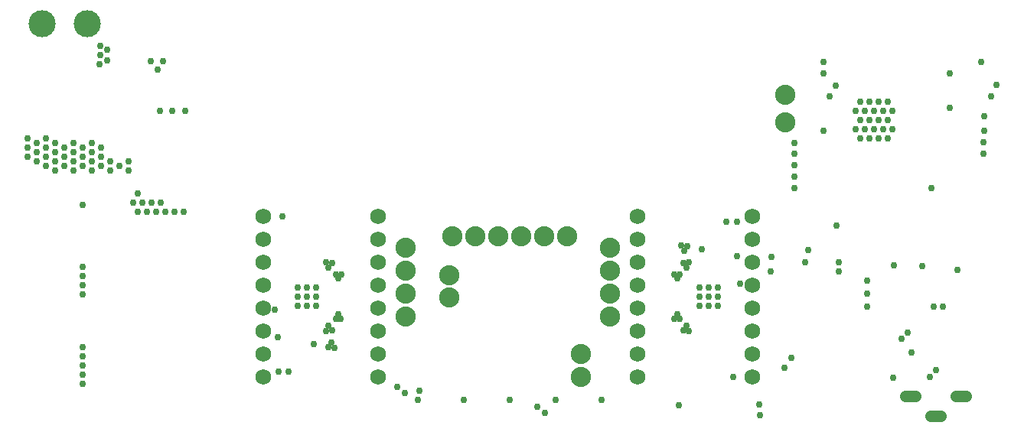
<source format=gbr>
G04 EAGLE Gerber RS-274X export*
G75*
%MOMM*%
%FSLAX34Y34*%
%LPD*%
%INSoldermask Bottom*%
%IPPOS*%
%AMOC8*
5,1,8,0,0,1.08239X$1,22.5*%
G01*
G04 Define Apertures*
%ADD10C,2.235200*%
%ADD11C,3.003200*%
%ADD12C,1.727200*%
%ADD13C,1.303200*%
%ADD14C,0.756400*%
D10*
X78740Y-91240D03*
X78740Y-66240D03*
X-67310Y21390D03*
X-67310Y-3610D03*
X110331Y-24384D03*
X110331Y1016D03*
X110331Y26416D03*
X110331Y51816D03*
X-115411Y51816D03*
X-115411Y26416D03*
X-115411Y1016D03*
X-115411Y-24384D03*
D11*
X-467760Y299744D03*
X-517760Y299744D03*
D12*
X-273050Y86360D03*
X-273050Y60960D03*
X-273050Y35560D03*
X-273050Y10160D03*
X-273050Y-15240D03*
X-273050Y-40640D03*
X-273050Y-66040D03*
X-273050Y-91440D03*
X-146050Y-91440D03*
X-146050Y-66040D03*
X-146050Y-40640D03*
X-146050Y-15240D03*
X-146050Y10160D03*
X-146050Y35560D03*
X-146050Y60960D03*
X-146050Y86360D03*
X267970Y-91440D03*
X267970Y-66040D03*
X267970Y-40640D03*
X267970Y-15240D03*
X267970Y10160D03*
X267970Y35560D03*
X267970Y60960D03*
X267970Y86360D03*
X140970Y86360D03*
X140970Y60960D03*
X140970Y35560D03*
X140970Y10160D03*
X140970Y-15240D03*
X140970Y-40640D03*
X140970Y-66040D03*
X140970Y-91440D03*
D10*
X63500Y64480D03*
X38100Y64480D03*
X12700Y64480D03*
X-12700Y64480D03*
X-38100Y64480D03*
X-63500Y64480D03*
X304800Y190500D03*
X304800Y220980D03*
D13*
X465670Y-134530D02*
X476670Y-134530D01*
X448670Y-113030D02*
X437670Y-113030D01*
X493670Y-113030D02*
X504670Y-113030D01*
D14*
X-224790Y-2540D03*
X-224790Y7620D03*
X-224790Y-12700D03*
X-214630Y-2540D03*
X-214630Y7620D03*
X-214630Y-12700D03*
X-234950Y-2540D03*
X-234950Y7620D03*
X-234950Y-12700D03*
X-256286Y-85852D03*
X-217170Y-55372D03*
X-201168Y-58166D03*
X-197612Y-53086D03*
X-251714Y86614D03*
X-194564Y-59182D03*
X219710Y-2540D03*
X219710Y-12700D03*
X219710Y7620D03*
X209550Y-2540D03*
X209550Y-12700D03*
X209550Y7620D03*
X229870Y-2540D03*
X229870Y-12700D03*
X229870Y7620D03*
X251206Y80772D03*
X212090Y50292D03*
X196088Y53086D03*
X192532Y48006D03*
X246634Y-91694D03*
X189484Y54102D03*
X-513080Y172720D03*
X-513080Y162560D03*
X-513080Y152400D03*
X-513080Y142240D03*
X-502920Y137160D03*
X-502920Y147320D03*
X-502920Y157480D03*
X-502920Y167640D03*
X-492760Y162560D03*
X-492760Y152400D03*
X-492760Y142240D03*
X-482600Y137160D03*
X-482600Y147320D03*
X-482600Y157480D03*
X-482600Y167640D03*
X-472440Y162560D03*
X-472440Y152400D03*
X-472440Y142240D03*
X-462280Y137160D03*
X-462280Y147320D03*
X-462280Y157480D03*
X-462280Y167640D03*
X-452120Y142240D03*
X-431800Y142240D03*
X-441960Y147320D03*
X-421640Y147320D03*
X-441960Y137160D03*
X-421640Y137160D03*
X-452120Y152400D03*
X-452120Y162560D03*
X387858Y213360D03*
X398018Y213360D03*
X408178Y213360D03*
X418338Y213360D03*
X413258Y203200D03*
X403098Y203200D03*
X392938Y203200D03*
X387858Y193040D03*
X398018Y193040D03*
X408178Y193040D03*
X418338Y193040D03*
X413258Y182880D03*
X403098Y182880D03*
X392938Y182880D03*
X387858Y172720D03*
X398018Y172720D03*
X408178Y172720D03*
X418338Y172720D03*
X423418Y182880D03*
X423418Y203200D03*
X382778Y203200D03*
X382778Y182880D03*
X-383540Y257810D03*
X-397510Y257810D03*
X-389890Y248920D03*
X-359410Y203200D03*
X-373380Y203200D03*
X-387350Y203200D03*
X276098Y-121920D03*
X-124460Y-102616D03*
X-472758Y30480D03*
X363474Y35560D03*
X-523240Y147320D03*
X-523240Y157480D03*
X-523240Y167640D03*
X-533400Y162560D03*
X-533400Y152400D03*
X-533400Y172720D03*
X186690Y-122682D03*
X361188Y76454D03*
X395224Y14986D03*
X395224Y762D03*
X395224Y-13970D03*
X-192786Y-27305D03*
X-187198Y-27305D03*
X-190246Y-22479D03*
X-190246Y17399D03*
X-186944Y22225D03*
X-192786Y22225D03*
X187706Y22225D03*
X182118Y22225D03*
X185166Y17399D03*
X185166Y-22479D03*
X181864Y-27305D03*
X187706Y-27305D03*
X-453652Y275366D03*
X-445398Y270620D03*
X-453652Y265096D03*
X-445398Y259334D03*
X-453780Y255016D03*
X197993Y-40640D03*
X195707Y-35052D03*
X191643Y-40132D03*
X-244602Y-85598D03*
X239522Y80518D03*
X-360680Y91440D03*
X-370840Y91440D03*
X-381000Y91440D03*
X-391160Y91440D03*
X-401320Y91440D03*
X-411480Y91440D03*
X-416560Y101600D03*
X-406400Y101600D03*
X-396240Y101600D03*
X-386080Y101600D03*
X-411480Y111760D03*
X423672Y-92238D03*
X-116332Y-109474D03*
X276606Y-134112D03*
X-101600Y-116840D03*
X-50800Y-116840D03*
X0Y-116840D03*
X50800Y-116840D03*
X101600Y-116840D03*
X-472758Y-58420D03*
X-472758Y20320D03*
X-472758Y99060D03*
X363474Y25400D03*
X346710Y257556D03*
X288861Y41847D03*
X288643Y25400D03*
X495046Y27432D03*
X444246Y-64516D03*
X524510Y197104D03*
X471170Y-84074D03*
X440218Y-42454D03*
X433070Y-49530D03*
X464592Y-91539D03*
X469138Y-13208D03*
X532130Y219202D03*
X478536Y-13462D03*
X538480Y231902D03*
X346710Y244348D03*
X456438Y31496D03*
X424942Y31750D03*
X329692Y48768D03*
X486410Y244348D03*
X-472758Y10160D03*
X30142Y-124460D03*
X326898Y35560D03*
X486410Y206502D03*
X-472504Y353D03*
X38354Y-131417D03*
X315020Y117856D03*
X315020Y130556D03*
X315020Y143256D03*
X-259846Y-16764D03*
X-256540Y-47244D03*
X-203073Y-40640D03*
X-200787Y-35052D03*
X-196723Y-40132D03*
X-203073Y35560D03*
X-200787Y29972D03*
X-196723Y35052D03*
X197993Y35560D03*
X195707Y29972D03*
X191643Y35052D03*
X254766Y11684D03*
X251460Y42164D03*
X466598Y117602D03*
X-100584Y-106680D03*
X-472758Y-78740D03*
X524002Y168402D03*
X-472758Y-99060D03*
X520954Y257048D03*
X-472758Y-88900D03*
X524256Y181102D03*
X311404Y-70612D03*
X360680Y231140D03*
X303800Y-81713D03*
X353568Y219202D03*
X315020Y155702D03*
X314960Y167640D03*
X-472758Y-68580D03*
X524002Y155702D03*
X346710Y181102D03*
M02*

</source>
